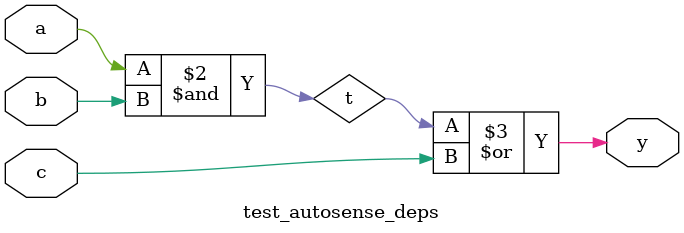
<source format=v>
module test_autosense_deps (
    input wire a,
    input wire b,
    input wire c,
    output reg y
);
reg t;
/*AUTOSENSE*/
always @(*) begin
    t = a & b;
    y = t | c;
end
endmodule

</source>
